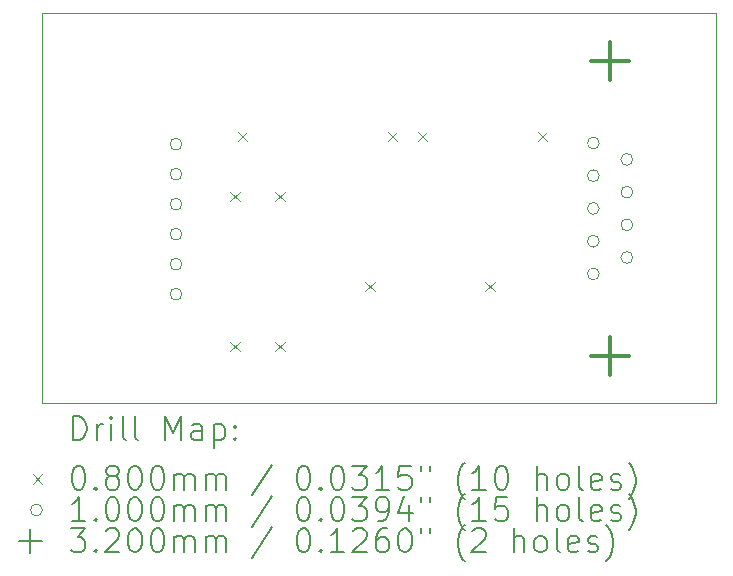
<source format=gbr>
%TF.GenerationSoftware,KiCad,Pcbnew,9.0.1*%
%TF.CreationDate,2025-05-08T11:59:06-04:00*%
%TF.ProjectId,Meterbus-interface,4d657465-7262-4757-932d-696e74657266,rev?*%
%TF.SameCoordinates,Original*%
%TF.FileFunction,Drillmap*%
%TF.FilePolarity,Positive*%
%FSLAX45Y45*%
G04 Gerber Fmt 4.5, Leading zero omitted, Abs format (unit mm)*
G04 Created by KiCad (PCBNEW 9.0.1) date 2025-05-08 11:59:06*
%MOMM*%
%LPD*%
G01*
G04 APERTURE LIST*
%ADD10C,0.038100*%
%ADD11C,0.200000*%
%ADD12C,0.100000*%
%ADD13C,0.320000*%
G04 APERTURE END LIST*
D10*
X17800000Y-4100000D02*
X23500000Y-4100000D01*
X23500000Y-7400000D01*
X17800000Y-7400000D01*
X17800000Y-4100000D01*
D11*
D12*
X19391000Y-5611500D02*
X19471000Y-5691500D01*
X19471000Y-5611500D02*
X19391000Y-5691500D01*
X19391000Y-6881500D02*
X19471000Y-6961500D01*
X19471000Y-6881500D02*
X19391000Y-6961500D01*
X19454500Y-5103500D02*
X19534500Y-5183500D01*
X19534500Y-5103500D02*
X19454500Y-5183500D01*
X19772000Y-5611500D02*
X19852000Y-5691500D01*
X19852000Y-5611500D02*
X19772000Y-5691500D01*
X19772000Y-6881500D02*
X19852000Y-6961500D01*
X19852000Y-6881500D02*
X19772000Y-6961500D01*
X20534000Y-6373500D02*
X20614000Y-6453500D01*
X20614000Y-6373500D02*
X20534000Y-6453500D01*
X20724500Y-5103500D02*
X20804500Y-5183500D01*
X20804500Y-5103500D02*
X20724500Y-5183500D01*
X20978500Y-5103500D02*
X21058500Y-5183500D01*
X21058500Y-5103500D02*
X20978500Y-5183500D01*
X21550000Y-6373500D02*
X21630000Y-6453500D01*
X21630000Y-6373500D02*
X21550000Y-6453500D01*
X21994500Y-5103500D02*
X22074500Y-5183500D01*
X22074500Y-5103500D02*
X21994500Y-5183500D01*
X18980000Y-5207000D02*
G75*
G02*
X18880000Y-5207000I-50000J0D01*
G01*
X18880000Y-5207000D02*
G75*
G02*
X18980000Y-5207000I50000J0D01*
G01*
X18980000Y-5461000D02*
G75*
G02*
X18880000Y-5461000I-50000J0D01*
G01*
X18880000Y-5461000D02*
G75*
G02*
X18980000Y-5461000I50000J0D01*
G01*
X18980000Y-5715000D02*
G75*
G02*
X18880000Y-5715000I-50000J0D01*
G01*
X18880000Y-5715000D02*
G75*
G02*
X18980000Y-5715000I50000J0D01*
G01*
X18980000Y-5969000D02*
G75*
G02*
X18880000Y-5969000I-50000J0D01*
G01*
X18880000Y-5969000D02*
G75*
G02*
X18980000Y-5969000I50000J0D01*
G01*
X18980000Y-6223000D02*
G75*
G02*
X18880000Y-6223000I-50000J0D01*
G01*
X18880000Y-6223000D02*
G75*
G02*
X18980000Y-6223000I50000J0D01*
G01*
X18980000Y-6477000D02*
G75*
G02*
X18880000Y-6477000I-50000J0D01*
G01*
X18880000Y-6477000D02*
G75*
G02*
X18980000Y-6477000I50000J0D01*
G01*
X22513500Y-5198000D02*
G75*
G02*
X22413500Y-5198000I-50000J0D01*
G01*
X22413500Y-5198000D02*
G75*
G02*
X22513500Y-5198000I50000J0D01*
G01*
X22513500Y-5475000D02*
G75*
G02*
X22413500Y-5475000I-50000J0D01*
G01*
X22413500Y-5475000D02*
G75*
G02*
X22513500Y-5475000I50000J0D01*
G01*
X22513500Y-5752000D02*
G75*
G02*
X22413500Y-5752000I-50000J0D01*
G01*
X22413500Y-5752000D02*
G75*
G02*
X22513500Y-5752000I50000J0D01*
G01*
X22513500Y-6029000D02*
G75*
G02*
X22413500Y-6029000I-50000J0D01*
G01*
X22413500Y-6029000D02*
G75*
G02*
X22513500Y-6029000I50000J0D01*
G01*
X22513500Y-6306000D02*
G75*
G02*
X22413500Y-6306000I-50000J0D01*
G01*
X22413500Y-6306000D02*
G75*
G02*
X22513500Y-6306000I50000J0D01*
G01*
X22797500Y-5336500D02*
G75*
G02*
X22697500Y-5336500I-50000J0D01*
G01*
X22697500Y-5336500D02*
G75*
G02*
X22797500Y-5336500I50000J0D01*
G01*
X22797500Y-5613500D02*
G75*
G02*
X22697500Y-5613500I-50000J0D01*
G01*
X22697500Y-5613500D02*
G75*
G02*
X22797500Y-5613500I50000J0D01*
G01*
X22797500Y-5890500D02*
G75*
G02*
X22697500Y-5890500I-50000J0D01*
G01*
X22697500Y-5890500D02*
G75*
G02*
X22797500Y-5890500I50000J0D01*
G01*
X22797500Y-6167500D02*
G75*
G02*
X22697500Y-6167500I-50000J0D01*
G01*
X22697500Y-6167500D02*
G75*
G02*
X22797500Y-6167500I50000J0D01*
G01*
D13*
X22605500Y-4342000D02*
X22605500Y-4662000D01*
X22445500Y-4502000D02*
X22765500Y-4502000D01*
X22605500Y-6842000D02*
X22605500Y-7162000D01*
X22445500Y-7002000D02*
X22765500Y-7002000D01*
D11*
X18058872Y-7713389D02*
X18058872Y-7513389D01*
X18058872Y-7513389D02*
X18106491Y-7513389D01*
X18106491Y-7513389D02*
X18135062Y-7522913D01*
X18135062Y-7522913D02*
X18154110Y-7541960D01*
X18154110Y-7541960D02*
X18163634Y-7561008D01*
X18163634Y-7561008D02*
X18173158Y-7599103D01*
X18173158Y-7599103D02*
X18173158Y-7627674D01*
X18173158Y-7627674D02*
X18163634Y-7665770D01*
X18163634Y-7665770D02*
X18154110Y-7684817D01*
X18154110Y-7684817D02*
X18135062Y-7703865D01*
X18135062Y-7703865D02*
X18106491Y-7713389D01*
X18106491Y-7713389D02*
X18058872Y-7713389D01*
X18258872Y-7713389D02*
X18258872Y-7580055D01*
X18258872Y-7618151D02*
X18268396Y-7599103D01*
X18268396Y-7599103D02*
X18277919Y-7589579D01*
X18277919Y-7589579D02*
X18296967Y-7580055D01*
X18296967Y-7580055D02*
X18316015Y-7580055D01*
X18382681Y-7713389D02*
X18382681Y-7580055D01*
X18382681Y-7513389D02*
X18373158Y-7522913D01*
X18373158Y-7522913D02*
X18382681Y-7532436D01*
X18382681Y-7532436D02*
X18392205Y-7522913D01*
X18392205Y-7522913D02*
X18382681Y-7513389D01*
X18382681Y-7513389D02*
X18382681Y-7532436D01*
X18506491Y-7713389D02*
X18487443Y-7703865D01*
X18487443Y-7703865D02*
X18477919Y-7684817D01*
X18477919Y-7684817D02*
X18477919Y-7513389D01*
X18611253Y-7713389D02*
X18592205Y-7703865D01*
X18592205Y-7703865D02*
X18582681Y-7684817D01*
X18582681Y-7684817D02*
X18582681Y-7513389D01*
X18839824Y-7713389D02*
X18839824Y-7513389D01*
X18839824Y-7513389D02*
X18906491Y-7656246D01*
X18906491Y-7656246D02*
X18973158Y-7513389D01*
X18973158Y-7513389D02*
X18973158Y-7713389D01*
X19154110Y-7713389D02*
X19154110Y-7608627D01*
X19154110Y-7608627D02*
X19144586Y-7589579D01*
X19144586Y-7589579D02*
X19125539Y-7580055D01*
X19125539Y-7580055D02*
X19087443Y-7580055D01*
X19087443Y-7580055D02*
X19068396Y-7589579D01*
X19154110Y-7703865D02*
X19135062Y-7713389D01*
X19135062Y-7713389D02*
X19087443Y-7713389D01*
X19087443Y-7713389D02*
X19068396Y-7703865D01*
X19068396Y-7703865D02*
X19058872Y-7684817D01*
X19058872Y-7684817D02*
X19058872Y-7665770D01*
X19058872Y-7665770D02*
X19068396Y-7646722D01*
X19068396Y-7646722D02*
X19087443Y-7637198D01*
X19087443Y-7637198D02*
X19135062Y-7637198D01*
X19135062Y-7637198D02*
X19154110Y-7627674D01*
X19249348Y-7580055D02*
X19249348Y-7780055D01*
X19249348Y-7589579D02*
X19268396Y-7580055D01*
X19268396Y-7580055D02*
X19306491Y-7580055D01*
X19306491Y-7580055D02*
X19325539Y-7589579D01*
X19325539Y-7589579D02*
X19335062Y-7599103D01*
X19335062Y-7599103D02*
X19344586Y-7618151D01*
X19344586Y-7618151D02*
X19344586Y-7675293D01*
X19344586Y-7675293D02*
X19335062Y-7694341D01*
X19335062Y-7694341D02*
X19325539Y-7703865D01*
X19325539Y-7703865D02*
X19306491Y-7713389D01*
X19306491Y-7713389D02*
X19268396Y-7713389D01*
X19268396Y-7713389D02*
X19249348Y-7703865D01*
X19430300Y-7694341D02*
X19439824Y-7703865D01*
X19439824Y-7703865D02*
X19430300Y-7713389D01*
X19430300Y-7713389D02*
X19420777Y-7703865D01*
X19420777Y-7703865D02*
X19430300Y-7694341D01*
X19430300Y-7694341D02*
X19430300Y-7713389D01*
X19430300Y-7589579D02*
X19439824Y-7599103D01*
X19439824Y-7599103D02*
X19430300Y-7608627D01*
X19430300Y-7608627D02*
X19420777Y-7599103D01*
X19420777Y-7599103D02*
X19430300Y-7589579D01*
X19430300Y-7589579D02*
X19430300Y-7608627D01*
D12*
X17718095Y-8001905D02*
X17798095Y-8081905D01*
X17798095Y-8001905D02*
X17718095Y-8081905D01*
D11*
X18096967Y-7933389D02*
X18116015Y-7933389D01*
X18116015Y-7933389D02*
X18135062Y-7942913D01*
X18135062Y-7942913D02*
X18144586Y-7952436D01*
X18144586Y-7952436D02*
X18154110Y-7971484D01*
X18154110Y-7971484D02*
X18163634Y-8009579D01*
X18163634Y-8009579D02*
X18163634Y-8057198D01*
X18163634Y-8057198D02*
X18154110Y-8095293D01*
X18154110Y-8095293D02*
X18144586Y-8114341D01*
X18144586Y-8114341D02*
X18135062Y-8123865D01*
X18135062Y-8123865D02*
X18116015Y-8133389D01*
X18116015Y-8133389D02*
X18096967Y-8133389D01*
X18096967Y-8133389D02*
X18077919Y-8123865D01*
X18077919Y-8123865D02*
X18068396Y-8114341D01*
X18068396Y-8114341D02*
X18058872Y-8095293D01*
X18058872Y-8095293D02*
X18049348Y-8057198D01*
X18049348Y-8057198D02*
X18049348Y-8009579D01*
X18049348Y-8009579D02*
X18058872Y-7971484D01*
X18058872Y-7971484D02*
X18068396Y-7952436D01*
X18068396Y-7952436D02*
X18077919Y-7942913D01*
X18077919Y-7942913D02*
X18096967Y-7933389D01*
X18249348Y-8114341D02*
X18258872Y-8123865D01*
X18258872Y-8123865D02*
X18249348Y-8133389D01*
X18249348Y-8133389D02*
X18239824Y-8123865D01*
X18239824Y-8123865D02*
X18249348Y-8114341D01*
X18249348Y-8114341D02*
X18249348Y-8133389D01*
X18373158Y-8019103D02*
X18354110Y-8009579D01*
X18354110Y-8009579D02*
X18344586Y-8000055D01*
X18344586Y-8000055D02*
X18335062Y-7981008D01*
X18335062Y-7981008D02*
X18335062Y-7971484D01*
X18335062Y-7971484D02*
X18344586Y-7952436D01*
X18344586Y-7952436D02*
X18354110Y-7942913D01*
X18354110Y-7942913D02*
X18373158Y-7933389D01*
X18373158Y-7933389D02*
X18411253Y-7933389D01*
X18411253Y-7933389D02*
X18430300Y-7942913D01*
X18430300Y-7942913D02*
X18439824Y-7952436D01*
X18439824Y-7952436D02*
X18449348Y-7971484D01*
X18449348Y-7971484D02*
X18449348Y-7981008D01*
X18449348Y-7981008D02*
X18439824Y-8000055D01*
X18439824Y-8000055D02*
X18430300Y-8009579D01*
X18430300Y-8009579D02*
X18411253Y-8019103D01*
X18411253Y-8019103D02*
X18373158Y-8019103D01*
X18373158Y-8019103D02*
X18354110Y-8028627D01*
X18354110Y-8028627D02*
X18344586Y-8038151D01*
X18344586Y-8038151D02*
X18335062Y-8057198D01*
X18335062Y-8057198D02*
X18335062Y-8095293D01*
X18335062Y-8095293D02*
X18344586Y-8114341D01*
X18344586Y-8114341D02*
X18354110Y-8123865D01*
X18354110Y-8123865D02*
X18373158Y-8133389D01*
X18373158Y-8133389D02*
X18411253Y-8133389D01*
X18411253Y-8133389D02*
X18430300Y-8123865D01*
X18430300Y-8123865D02*
X18439824Y-8114341D01*
X18439824Y-8114341D02*
X18449348Y-8095293D01*
X18449348Y-8095293D02*
X18449348Y-8057198D01*
X18449348Y-8057198D02*
X18439824Y-8038151D01*
X18439824Y-8038151D02*
X18430300Y-8028627D01*
X18430300Y-8028627D02*
X18411253Y-8019103D01*
X18573158Y-7933389D02*
X18592205Y-7933389D01*
X18592205Y-7933389D02*
X18611253Y-7942913D01*
X18611253Y-7942913D02*
X18620777Y-7952436D01*
X18620777Y-7952436D02*
X18630300Y-7971484D01*
X18630300Y-7971484D02*
X18639824Y-8009579D01*
X18639824Y-8009579D02*
X18639824Y-8057198D01*
X18639824Y-8057198D02*
X18630300Y-8095293D01*
X18630300Y-8095293D02*
X18620777Y-8114341D01*
X18620777Y-8114341D02*
X18611253Y-8123865D01*
X18611253Y-8123865D02*
X18592205Y-8133389D01*
X18592205Y-8133389D02*
X18573158Y-8133389D01*
X18573158Y-8133389D02*
X18554110Y-8123865D01*
X18554110Y-8123865D02*
X18544586Y-8114341D01*
X18544586Y-8114341D02*
X18535062Y-8095293D01*
X18535062Y-8095293D02*
X18525539Y-8057198D01*
X18525539Y-8057198D02*
X18525539Y-8009579D01*
X18525539Y-8009579D02*
X18535062Y-7971484D01*
X18535062Y-7971484D02*
X18544586Y-7952436D01*
X18544586Y-7952436D02*
X18554110Y-7942913D01*
X18554110Y-7942913D02*
X18573158Y-7933389D01*
X18763634Y-7933389D02*
X18782681Y-7933389D01*
X18782681Y-7933389D02*
X18801729Y-7942913D01*
X18801729Y-7942913D02*
X18811253Y-7952436D01*
X18811253Y-7952436D02*
X18820777Y-7971484D01*
X18820777Y-7971484D02*
X18830300Y-8009579D01*
X18830300Y-8009579D02*
X18830300Y-8057198D01*
X18830300Y-8057198D02*
X18820777Y-8095293D01*
X18820777Y-8095293D02*
X18811253Y-8114341D01*
X18811253Y-8114341D02*
X18801729Y-8123865D01*
X18801729Y-8123865D02*
X18782681Y-8133389D01*
X18782681Y-8133389D02*
X18763634Y-8133389D01*
X18763634Y-8133389D02*
X18744586Y-8123865D01*
X18744586Y-8123865D02*
X18735062Y-8114341D01*
X18735062Y-8114341D02*
X18725539Y-8095293D01*
X18725539Y-8095293D02*
X18716015Y-8057198D01*
X18716015Y-8057198D02*
X18716015Y-8009579D01*
X18716015Y-8009579D02*
X18725539Y-7971484D01*
X18725539Y-7971484D02*
X18735062Y-7952436D01*
X18735062Y-7952436D02*
X18744586Y-7942913D01*
X18744586Y-7942913D02*
X18763634Y-7933389D01*
X18916015Y-8133389D02*
X18916015Y-8000055D01*
X18916015Y-8019103D02*
X18925539Y-8009579D01*
X18925539Y-8009579D02*
X18944586Y-8000055D01*
X18944586Y-8000055D02*
X18973158Y-8000055D01*
X18973158Y-8000055D02*
X18992205Y-8009579D01*
X18992205Y-8009579D02*
X19001729Y-8028627D01*
X19001729Y-8028627D02*
X19001729Y-8133389D01*
X19001729Y-8028627D02*
X19011253Y-8009579D01*
X19011253Y-8009579D02*
X19030300Y-8000055D01*
X19030300Y-8000055D02*
X19058872Y-8000055D01*
X19058872Y-8000055D02*
X19077920Y-8009579D01*
X19077920Y-8009579D02*
X19087443Y-8028627D01*
X19087443Y-8028627D02*
X19087443Y-8133389D01*
X19182681Y-8133389D02*
X19182681Y-8000055D01*
X19182681Y-8019103D02*
X19192205Y-8009579D01*
X19192205Y-8009579D02*
X19211253Y-8000055D01*
X19211253Y-8000055D02*
X19239824Y-8000055D01*
X19239824Y-8000055D02*
X19258872Y-8009579D01*
X19258872Y-8009579D02*
X19268396Y-8028627D01*
X19268396Y-8028627D02*
X19268396Y-8133389D01*
X19268396Y-8028627D02*
X19277920Y-8009579D01*
X19277920Y-8009579D02*
X19296967Y-8000055D01*
X19296967Y-8000055D02*
X19325539Y-8000055D01*
X19325539Y-8000055D02*
X19344586Y-8009579D01*
X19344586Y-8009579D02*
X19354110Y-8028627D01*
X19354110Y-8028627D02*
X19354110Y-8133389D01*
X19744586Y-7923865D02*
X19573158Y-8181008D01*
X20001729Y-7933389D02*
X20020777Y-7933389D01*
X20020777Y-7933389D02*
X20039824Y-7942913D01*
X20039824Y-7942913D02*
X20049348Y-7952436D01*
X20049348Y-7952436D02*
X20058872Y-7971484D01*
X20058872Y-7971484D02*
X20068396Y-8009579D01*
X20068396Y-8009579D02*
X20068396Y-8057198D01*
X20068396Y-8057198D02*
X20058872Y-8095293D01*
X20058872Y-8095293D02*
X20049348Y-8114341D01*
X20049348Y-8114341D02*
X20039824Y-8123865D01*
X20039824Y-8123865D02*
X20020777Y-8133389D01*
X20020777Y-8133389D02*
X20001729Y-8133389D01*
X20001729Y-8133389D02*
X19982682Y-8123865D01*
X19982682Y-8123865D02*
X19973158Y-8114341D01*
X19973158Y-8114341D02*
X19963634Y-8095293D01*
X19963634Y-8095293D02*
X19954110Y-8057198D01*
X19954110Y-8057198D02*
X19954110Y-8009579D01*
X19954110Y-8009579D02*
X19963634Y-7971484D01*
X19963634Y-7971484D02*
X19973158Y-7952436D01*
X19973158Y-7952436D02*
X19982682Y-7942913D01*
X19982682Y-7942913D02*
X20001729Y-7933389D01*
X20154110Y-8114341D02*
X20163634Y-8123865D01*
X20163634Y-8123865D02*
X20154110Y-8133389D01*
X20154110Y-8133389D02*
X20144586Y-8123865D01*
X20144586Y-8123865D02*
X20154110Y-8114341D01*
X20154110Y-8114341D02*
X20154110Y-8133389D01*
X20287443Y-7933389D02*
X20306491Y-7933389D01*
X20306491Y-7933389D02*
X20325539Y-7942913D01*
X20325539Y-7942913D02*
X20335063Y-7952436D01*
X20335063Y-7952436D02*
X20344586Y-7971484D01*
X20344586Y-7971484D02*
X20354110Y-8009579D01*
X20354110Y-8009579D02*
X20354110Y-8057198D01*
X20354110Y-8057198D02*
X20344586Y-8095293D01*
X20344586Y-8095293D02*
X20335063Y-8114341D01*
X20335063Y-8114341D02*
X20325539Y-8123865D01*
X20325539Y-8123865D02*
X20306491Y-8133389D01*
X20306491Y-8133389D02*
X20287443Y-8133389D01*
X20287443Y-8133389D02*
X20268396Y-8123865D01*
X20268396Y-8123865D02*
X20258872Y-8114341D01*
X20258872Y-8114341D02*
X20249348Y-8095293D01*
X20249348Y-8095293D02*
X20239824Y-8057198D01*
X20239824Y-8057198D02*
X20239824Y-8009579D01*
X20239824Y-8009579D02*
X20249348Y-7971484D01*
X20249348Y-7971484D02*
X20258872Y-7952436D01*
X20258872Y-7952436D02*
X20268396Y-7942913D01*
X20268396Y-7942913D02*
X20287443Y-7933389D01*
X20420777Y-7933389D02*
X20544586Y-7933389D01*
X20544586Y-7933389D02*
X20477920Y-8009579D01*
X20477920Y-8009579D02*
X20506491Y-8009579D01*
X20506491Y-8009579D02*
X20525539Y-8019103D01*
X20525539Y-8019103D02*
X20535063Y-8028627D01*
X20535063Y-8028627D02*
X20544586Y-8047674D01*
X20544586Y-8047674D02*
X20544586Y-8095293D01*
X20544586Y-8095293D02*
X20535063Y-8114341D01*
X20535063Y-8114341D02*
X20525539Y-8123865D01*
X20525539Y-8123865D02*
X20506491Y-8133389D01*
X20506491Y-8133389D02*
X20449348Y-8133389D01*
X20449348Y-8133389D02*
X20430301Y-8123865D01*
X20430301Y-8123865D02*
X20420777Y-8114341D01*
X20735063Y-8133389D02*
X20620777Y-8133389D01*
X20677920Y-8133389D02*
X20677920Y-7933389D01*
X20677920Y-7933389D02*
X20658872Y-7961960D01*
X20658872Y-7961960D02*
X20639824Y-7981008D01*
X20639824Y-7981008D02*
X20620777Y-7990532D01*
X20916015Y-7933389D02*
X20820777Y-7933389D01*
X20820777Y-7933389D02*
X20811253Y-8028627D01*
X20811253Y-8028627D02*
X20820777Y-8019103D01*
X20820777Y-8019103D02*
X20839824Y-8009579D01*
X20839824Y-8009579D02*
X20887444Y-8009579D01*
X20887444Y-8009579D02*
X20906491Y-8019103D01*
X20906491Y-8019103D02*
X20916015Y-8028627D01*
X20916015Y-8028627D02*
X20925539Y-8047674D01*
X20925539Y-8047674D02*
X20925539Y-8095293D01*
X20925539Y-8095293D02*
X20916015Y-8114341D01*
X20916015Y-8114341D02*
X20906491Y-8123865D01*
X20906491Y-8123865D02*
X20887444Y-8133389D01*
X20887444Y-8133389D02*
X20839824Y-8133389D01*
X20839824Y-8133389D02*
X20820777Y-8123865D01*
X20820777Y-8123865D02*
X20811253Y-8114341D01*
X21001729Y-7933389D02*
X21001729Y-7971484D01*
X21077920Y-7933389D02*
X21077920Y-7971484D01*
X21373158Y-8209579D02*
X21363634Y-8200055D01*
X21363634Y-8200055D02*
X21344586Y-8171484D01*
X21344586Y-8171484D02*
X21335063Y-8152436D01*
X21335063Y-8152436D02*
X21325539Y-8123865D01*
X21325539Y-8123865D02*
X21316015Y-8076246D01*
X21316015Y-8076246D02*
X21316015Y-8038151D01*
X21316015Y-8038151D02*
X21325539Y-7990532D01*
X21325539Y-7990532D02*
X21335063Y-7961960D01*
X21335063Y-7961960D02*
X21344586Y-7942913D01*
X21344586Y-7942913D02*
X21363634Y-7914341D01*
X21363634Y-7914341D02*
X21373158Y-7904817D01*
X21554110Y-8133389D02*
X21439825Y-8133389D01*
X21496967Y-8133389D02*
X21496967Y-7933389D01*
X21496967Y-7933389D02*
X21477920Y-7961960D01*
X21477920Y-7961960D02*
X21458872Y-7981008D01*
X21458872Y-7981008D02*
X21439825Y-7990532D01*
X21677920Y-7933389D02*
X21696967Y-7933389D01*
X21696967Y-7933389D02*
X21716015Y-7942913D01*
X21716015Y-7942913D02*
X21725539Y-7952436D01*
X21725539Y-7952436D02*
X21735063Y-7971484D01*
X21735063Y-7971484D02*
X21744586Y-8009579D01*
X21744586Y-8009579D02*
X21744586Y-8057198D01*
X21744586Y-8057198D02*
X21735063Y-8095293D01*
X21735063Y-8095293D02*
X21725539Y-8114341D01*
X21725539Y-8114341D02*
X21716015Y-8123865D01*
X21716015Y-8123865D02*
X21696967Y-8133389D01*
X21696967Y-8133389D02*
X21677920Y-8133389D01*
X21677920Y-8133389D02*
X21658872Y-8123865D01*
X21658872Y-8123865D02*
X21649348Y-8114341D01*
X21649348Y-8114341D02*
X21639825Y-8095293D01*
X21639825Y-8095293D02*
X21630301Y-8057198D01*
X21630301Y-8057198D02*
X21630301Y-8009579D01*
X21630301Y-8009579D02*
X21639825Y-7971484D01*
X21639825Y-7971484D02*
X21649348Y-7952436D01*
X21649348Y-7952436D02*
X21658872Y-7942913D01*
X21658872Y-7942913D02*
X21677920Y-7933389D01*
X21982682Y-8133389D02*
X21982682Y-7933389D01*
X22068396Y-8133389D02*
X22068396Y-8028627D01*
X22068396Y-8028627D02*
X22058872Y-8009579D01*
X22058872Y-8009579D02*
X22039825Y-8000055D01*
X22039825Y-8000055D02*
X22011253Y-8000055D01*
X22011253Y-8000055D02*
X21992206Y-8009579D01*
X21992206Y-8009579D02*
X21982682Y-8019103D01*
X22192206Y-8133389D02*
X22173158Y-8123865D01*
X22173158Y-8123865D02*
X22163634Y-8114341D01*
X22163634Y-8114341D02*
X22154110Y-8095293D01*
X22154110Y-8095293D02*
X22154110Y-8038151D01*
X22154110Y-8038151D02*
X22163634Y-8019103D01*
X22163634Y-8019103D02*
X22173158Y-8009579D01*
X22173158Y-8009579D02*
X22192206Y-8000055D01*
X22192206Y-8000055D02*
X22220777Y-8000055D01*
X22220777Y-8000055D02*
X22239825Y-8009579D01*
X22239825Y-8009579D02*
X22249348Y-8019103D01*
X22249348Y-8019103D02*
X22258872Y-8038151D01*
X22258872Y-8038151D02*
X22258872Y-8095293D01*
X22258872Y-8095293D02*
X22249348Y-8114341D01*
X22249348Y-8114341D02*
X22239825Y-8123865D01*
X22239825Y-8123865D02*
X22220777Y-8133389D01*
X22220777Y-8133389D02*
X22192206Y-8133389D01*
X22373158Y-8133389D02*
X22354110Y-8123865D01*
X22354110Y-8123865D02*
X22344587Y-8104817D01*
X22344587Y-8104817D02*
X22344587Y-7933389D01*
X22525539Y-8123865D02*
X22506491Y-8133389D01*
X22506491Y-8133389D02*
X22468396Y-8133389D01*
X22468396Y-8133389D02*
X22449348Y-8123865D01*
X22449348Y-8123865D02*
X22439825Y-8104817D01*
X22439825Y-8104817D02*
X22439825Y-8028627D01*
X22439825Y-8028627D02*
X22449348Y-8009579D01*
X22449348Y-8009579D02*
X22468396Y-8000055D01*
X22468396Y-8000055D02*
X22506491Y-8000055D01*
X22506491Y-8000055D02*
X22525539Y-8009579D01*
X22525539Y-8009579D02*
X22535063Y-8028627D01*
X22535063Y-8028627D02*
X22535063Y-8047674D01*
X22535063Y-8047674D02*
X22439825Y-8066722D01*
X22611253Y-8123865D02*
X22630301Y-8133389D01*
X22630301Y-8133389D02*
X22668396Y-8133389D01*
X22668396Y-8133389D02*
X22687444Y-8123865D01*
X22687444Y-8123865D02*
X22696967Y-8104817D01*
X22696967Y-8104817D02*
X22696967Y-8095293D01*
X22696967Y-8095293D02*
X22687444Y-8076246D01*
X22687444Y-8076246D02*
X22668396Y-8066722D01*
X22668396Y-8066722D02*
X22639825Y-8066722D01*
X22639825Y-8066722D02*
X22620777Y-8057198D01*
X22620777Y-8057198D02*
X22611253Y-8038151D01*
X22611253Y-8038151D02*
X22611253Y-8028627D01*
X22611253Y-8028627D02*
X22620777Y-8009579D01*
X22620777Y-8009579D02*
X22639825Y-8000055D01*
X22639825Y-8000055D02*
X22668396Y-8000055D01*
X22668396Y-8000055D02*
X22687444Y-8009579D01*
X22763634Y-8209579D02*
X22773158Y-8200055D01*
X22773158Y-8200055D02*
X22792206Y-8171484D01*
X22792206Y-8171484D02*
X22801729Y-8152436D01*
X22801729Y-8152436D02*
X22811253Y-8123865D01*
X22811253Y-8123865D02*
X22820777Y-8076246D01*
X22820777Y-8076246D02*
X22820777Y-8038151D01*
X22820777Y-8038151D02*
X22811253Y-7990532D01*
X22811253Y-7990532D02*
X22801729Y-7961960D01*
X22801729Y-7961960D02*
X22792206Y-7942913D01*
X22792206Y-7942913D02*
X22773158Y-7914341D01*
X22773158Y-7914341D02*
X22763634Y-7904817D01*
D12*
X17798095Y-8305905D02*
G75*
G02*
X17698095Y-8305905I-50000J0D01*
G01*
X17698095Y-8305905D02*
G75*
G02*
X17798095Y-8305905I50000J0D01*
G01*
D11*
X18163634Y-8397389D02*
X18049348Y-8397389D01*
X18106491Y-8397389D02*
X18106491Y-8197389D01*
X18106491Y-8197389D02*
X18087443Y-8225960D01*
X18087443Y-8225960D02*
X18068396Y-8245008D01*
X18068396Y-8245008D02*
X18049348Y-8254532D01*
X18249348Y-8378341D02*
X18258872Y-8387865D01*
X18258872Y-8387865D02*
X18249348Y-8397389D01*
X18249348Y-8397389D02*
X18239824Y-8387865D01*
X18239824Y-8387865D02*
X18249348Y-8378341D01*
X18249348Y-8378341D02*
X18249348Y-8397389D01*
X18382681Y-8197389D02*
X18401729Y-8197389D01*
X18401729Y-8197389D02*
X18420777Y-8206913D01*
X18420777Y-8206913D02*
X18430300Y-8216436D01*
X18430300Y-8216436D02*
X18439824Y-8235484D01*
X18439824Y-8235484D02*
X18449348Y-8273579D01*
X18449348Y-8273579D02*
X18449348Y-8321198D01*
X18449348Y-8321198D02*
X18439824Y-8359293D01*
X18439824Y-8359293D02*
X18430300Y-8378341D01*
X18430300Y-8378341D02*
X18420777Y-8387865D01*
X18420777Y-8387865D02*
X18401729Y-8397389D01*
X18401729Y-8397389D02*
X18382681Y-8397389D01*
X18382681Y-8397389D02*
X18363634Y-8387865D01*
X18363634Y-8387865D02*
X18354110Y-8378341D01*
X18354110Y-8378341D02*
X18344586Y-8359293D01*
X18344586Y-8359293D02*
X18335062Y-8321198D01*
X18335062Y-8321198D02*
X18335062Y-8273579D01*
X18335062Y-8273579D02*
X18344586Y-8235484D01*
X18344586Y-8235484D02*
X18354110Y-8216436D01*
X18354110Y-8216436D02*
X18363634Y-8206913D01*
X18363634Y-8206913D02*
X18382681Y-8197389D01*
X18573158Y-8197389D02*
X18592205Y-8197389D01*
X18592205Y-8197389D02*
X18611253Y-8206913D01*
X18611253Y-8206913D02*
X18620777Y-8216436D01*
X18620777Y-8216436D02*
X18630300Y-8235484D01*
X18630300Y-8235484D02*
X18639824Y-8273579D01*
X18639824Y-8273579D02*
X18639824Y-8321198D01*
X18639824Y-8321198D02*
X18630300Y-8359293D01*
X18630300Y-8359293D02*
X18620777Y-8378341D01*
X18620777Y-8378341D02*
X18611253Y-8387865D01*
X18611253Y-8387865D02*
X18592205Y-8397389D01*
X18592205Y-8397389D02*
X18573158Y-8397389D01*
X18573158Y-8397389D02*
X18554110Y-8387865D01*
X18554110Y-8387865D02*
X18544586Y-8378341D01*
X18544586Y-8378341D02*
X18535062Y-8359293D01*
X18535062Y-8359293D02*
X18525539Y-8321198D01*
X18525539Y-8321198D02*
X18525539Y-8273579D01*
X18525539Y-8273579D02*
X18535062Y-8235484D01*
X18535062Y-8235484D02*
X18544586Y-8216436D01*
X18544586Y-8216436D02*
X18554110Y-8206913D01*
X18554110Y-8206913D02*
X18573158Y-8197389D01*
X18763634Y-8197389D02*
X18782681Y-8197389D01*
X18782681Y-8197389D02*
X18801729Y-8206913D01*
X18801729Y-8206913D02*
X18811253Y-8216436D01*
X18811253Y-8216436D02*
X18820777Y-8235484D01*
X18820777Y-8235484D02*
X18830300Y-8273579D01*
X18830300Y-8273579D02*
X18830300Y-8321198D01*
X18830300Y-8321198D02*
X18820777Y-8359293D01*
X18820777Y-8359293D02*
X18811253Y-8378341D01*
X18811253Y-8378341D02*
X18801729Y-8387865D01*
X18801729Y-8387865D02*
X18782681Y-8397389D01*
X18782681Y-8397389D02*
X18763634Y-8397389D01*
X18763634Y-8397389D02*
X18744586Y-8387865D01*
X18744586Y-8387865D02*
X18735062Y-8378341D01*
X18735062Y-8378341D02*
X18725539Y-8359293D01*
X18725539Y-8359293D02*
X18716015Y-8321198D01*
X18716015Y-8321198D02*
X18716015Y-8273579D01*
X18716015Y-8273579D02*
X18725539Y-8235484D01*
X18725539Y-8235484D02*
X18735062Y-8216436D01*
X18735062Y-8216436D02*
X18744586Y-8206913D01*
X18744586Y-8206913D02*
X18763634Y-8197389D01*
X18916015Y-8397389D02*
X18916015Y-8264055D01*
X18916015Y-8283103D02*
X18925539Y-8273579D01*
X18925539Y-8273579D02*
X18944586Y-8264055D01*
X18944586Y-8264055D02*
X18973158Y-8264055D01*
X18973158Y-8264055D02*
X18992205Y-8273579D01*
X18992205Y-8273579D02*
X19001729Y-8292627D01*
X19001729Y-8292627D02*
X19001729Y-8397389D01*
X19001729Y-8292627D02*
X19011253Y-8273579D01*
X19011253Y-8273579D02*
X19030300Y-8264055D01*
X19030300Y-8264055D02*
X19058872Y-8264055D01*
X19058872Y-8264055D02*
X19077920Y-8273579D01*
X19077920Y-8273579D02*
X19087443Y-8292627D01*
X19087443Y-8292627D02*
X19087443Y-8397389D01*
X19182681Y-8397389D02*
X19182681Y-8264055D01*
X19182681Y-8283103D02*
X19192205Y-8273579D01*
X19192205Y-8273579D02*
X19211253Y-8264055D01*
X19211253Y-8264055D02*
X19239824Y-8264055D01*
X19239824Y-8264055D02*
X19258872Y-8273579D01*
X19258872Y-8273579D02*
X19268396Y-8292627D01*
X19268396Y-8292627D02*
X19268396Y-8397389D01*
X19268396Y-8292627D02*
X19277920Y-8273579D01*
X19277920Y-8273579D02*
X19296967Y-8264055D01*
X19296967Y-8264055D02*
X19325539Y-8264055D01*
X19325539Y-8264055D02*
X19344586Y-8273579D01*
X19344586Y-8273579D02*
X19354110Y-8292627D01*
X19354110Y-8292627D02*
X19354110Y-8397389D01*
X19744586Y-8187865D02*
X19573158Y-8445008D01*
X20001729Y-8197389D02*
X20020777Y-8197389D01*
X20020777Y-8197389D02*
X20039824Y-8206913D01*
X20039824Y-8206913D02*
X20049348Y-8216436D01*
X20049348Y-8216436D02*
X20058872Y-8235484D01*
X20058872Y-8235484D02*
X20068396Y-8273579D01*
X20068396Y-8273579D02*
X20068396Y-8321198D01*
X20068396Y-8321198D02*
X20058872Y-8359293D01*
X20058872Y-8359293D02*
X20049348Y-8378341D01*
X20049348Y-8378341D02*
X20039824Y-8387865D01*
X20039824Y-8387865D02*
X20020777Y-8397389D01*
X20020777Y-8397389D02*
X20001729Y-8397389D01*
X20001729Y-8397389D02*
X19982682Y-8387865D01*
X19982682Y-8387865D02*
X19973158Y-8378341D01*
X19973158Y-8378341D02*
X19963634Y-8359293D01*
X19963634Y-8359293D02*
X19954110Y-8321198D01*
X19954110Y-8321198D02*
X19954110Y-8273579D01*
X19954110Y-8273579D02*
X19963634Y-8235484D01*
X19963634Y-8235484D02*
X19973158Y-8216436D01*
X19973158Y-8216436D02*
X19982682Y-8206913D01*
X19982682Y-8206913D02*
X20001729Y-8197389D01*
X20154110Y-8378341D02*
X20163634Y-8387865D01*
X20163634Y-8387865D02*
X20154110Y-8397389D01*
X20154110Y-8397389D02*
X20144586Y-8387865D01*
X20144586Y-8387865D02*
X20154110Y-8378341D01*
X20154110Y-8378341D02*
X20154110Y-8397389D01*
X20287443Y-8197389D02*
X20306491Y-8197389D01*
X20306491Y-8197389D02*
X20325539Y-8206913D01*
X20325539Y-8206913D02*
X20335063Y-8216436D01*
X20335063Y-8216436D02*
X20344586Y-8235484D01*
X20344586Y-8235484D02*
X20354110Y-8273579D01*
X20354110Y-8273579D02*
X20354110Y-8321198D01*
X20354110Y-8321198D02*
X20344586Y-8359293D01*
X20344586Y-8359293D02*
X20335063Y-8378341D01*
X20335063Y-8378341D02*
X20325539Y-8387865D01*
X20325539Y-8387865D02*
X20306491Y-8397389D01*
X20306491Y-8397389D02*
X20287443Y-8397389D01*
X20287443Y-8397389D02*
X20268396Y-8387865D01*
X20268396Y-8387865D02*
X20258872Y-8378341D01*
X20258872Y-8378341D02*
X20249348Y-8359293D01*
X20249348Y-8359293D02*
X20239824Y-8321198D01*
X20239824Y-8321198D02*
X20239824Y-8273579D01*
X20239824Y-8273579D02*
X20249348Y-8235484D01*
X20249348Y-8235484D02*
X20258872Y-8216436D01*
X20258872Y-8216436D02*
X20268396Y-8206913D01*
X20268396Y-8206913D02*
X20287443Y-8197389D01*
X20420777Y-8197389D02*
X20544586Y-8197389D01*
X20544586Y-8197389D02*
X20477920Y-8273579D01*
X20477920Y-8273579D02*
X20506491Y-8273579D01*
X20506491Y-8273579D02*
X20525539Y-8283103D01*
X20525539Y-8283103D02*
X20535063Y-8292627D01*
X20535063Y-8292627D02*
X20544586Y-8311674D01*
X20544586Y-8311674D02*
X20544586Y-8359293D01*
X20544586Y-8359293D02*
X20535063Y-8378341D01*
X20535063Y-8378341D02*
X20525539Y-8387865D01*
X20525539Y-8387865D02*
X20506491Y-8397389D01*
X20506491Y-8397389D02*
X20449348Y-8397389D01*
X20449348Y-8397389D02*
X20430301Y-8387865D01*
X20430301Y-8387865D02*
X20420777Y-8378341D01*
X20639824Y-8397389D02*
X20677920Y-8397389D01*
X20677920Y-8397389D02*
X20696967Y-8387865D01*
X20696967Y-8387865D02*
X20706491Y-8378341D01*
X20706491Y-8378341D02*
X20725539Y-8349770D01*
X20725539Y-8349770D02*
X20735063Y-8311674D01*
X20735063Y-8311674D02*
X20735063Y-8235484D01*
X20735063Y-8235484D02*
X20725539Y-8216436D01*
X20725539Y-8216436D02*
X20716015Y-8206913D01*
X20716015Y-8206913D02*
X20696967Y-8197389D01*
X20696967Y-8197389D02*
X20658872Y-8197389D01*
X20658872Y-8197389D02*
X20639824Y-8206913D01*
X20639824Y-8206913D02*
X20630301Y-8216436D01*
X20630301Y-8216436D02*
X20620777Y-8235484D01*
X20620777Y-8235484D02*
X20620777Y-8283103D01*
X20620777Y-8283103D02*
X20630301Y-8302151D01*
X20630301Y-8302151D02*
X20639824Y-8311674D01*
X20639824Y-8311674D02*
X20658872Y-8321198D01*
X20658872Y-8321198D02*
X20696967Y-8321198D01*
X20696967Y-8321198D02*
X20716015Y-8311674D01*
X20716015Y-8311674D02*
X20725539Y-8302151D01*
X20725539Y-8302151D02*
X20735063Y-8283103D01*
X20906491Y-8264055D02*
X20906491Y-8397389D01*
X20858872Y-8187865D02*
X20811253Y-8330722D01*
X20811253Y-8330722D02*
X20935063Y-8330722D01*
X21001729Y-8197389D02*
X21001729Y-8235484D01*
X21077920Y-8197389D02*
X21077920Y-8235484D01*
X21373158Y-8473579D02*
X21363634Y-8464055D01*
X21363634Y-8464055D02*
X21344586Y-8435484D01*
X21344586Y-8435484D02*
X21335063Y-8416436D01*
X21335063Y-8416436D02*
X21325539Y-8387865D01*
X21325539Y-8387865D02*
X21316015Y-8340246D01*
X21316015Y-8340246D02*
X21316015Y-8302151D01*
X21316015Y-8302151D02*
X21325539Y-8254532D01*
X21325539Y-8254532D02*
X21335063Y-8225960D01*
X21335063Y-8225960D02*
X21344586Y-8206913D01*
X21344586Y-8206913D02*
X21363634Y-8178341D01*
X21363634Y-8178341D02*
X21373158Y-8168817D01*
X21554110Y-8397389D02*
X21439825Y-8397389D01*
X21496967Y-8397389D02*
X21496967Y-8197389D01*
X21496967Y-8197389D02*
X21477920Y-8225960D01*
X21477920Y-8225960D02*
X21458872Y-8245008D01*
X21458872Y-8245008D02*
X21439825Y-8254532D01*
X21735063Y-8197389D02*
X21639825Y-8197389D01*
X21639825Y-8197389D02*
X21630301Y-8292627D01*
X21630301Y-8292627D02*
X21639825Y-8283103D01*
X21639825Y-8283103D02*
X21658872Y-8273579D01*
X21658872Y-8273579D02*
X21706491Y-8273579D01*
X21706491Y-8273579D02*
X21725539Y-8283103D01*
X21725539Y-8283103D02*
X21735063Y-8292627D01*
X21735063Y-8292627D02*
X21744586Y-8311674D01*
X21744586Y-8311674D02*
X21744586Y-8359293D01*
X21744586Y-8359293D02*
X21735063Y-8378341D01*
X21735063Y-8378341D02*
X21725539Y-8387865D01*
X21725539Y-8387865D02*
X21706491Y-8397389D01*
X21706491Y-8397389D02*
X21658872Y-8397389D01*
X21658872Y-8397389D02*
X21639825Y-8387865D01*
X21639825Y-8387865D02*
X21630301Y-8378341D01*
X21982682Y-8397389D02*
X21982682Y-8197389D01*
X22068396Y-8397389D02*
X22068396Y-8292627D01*
X22068396Y-8292627D02*
X22058872Y-8273579D01*
X22058872Y-8273579D02*
X22039825Y-8264055D01*
X22039825Y-8264055D02*
X22011253Y-8264055D01*
X22011253Y-8264055D02*
X21992206Y-8273579D01*
X21992206Y-8273579D02*
X21982682Y-8283103D01*
X22192206Y-8397389D02*
X22173158Y-8387865D01*
X22173158Y-8387865D02*
X22163634Y-8378341D01*
X22163634Y-8378341D02*
X22154110Y-8359293D01*
X22154110Y-8359293D02*
X22154110Y-8302151D01*
X22154110Y-8302151D02*
X22163634Y-8283103D01*
X22163634Y-8283103D02*
X22173158Y-8273579D01*
X22173158Y-8273579D02*
X22192206Y-8264055D01*
X22192206Y-8264055D02*
X22220777Y-8264055D01*
X22220777Y-8264055D02*
X22239825Y-8273579D01*
X22239825Y-8273579D02*
X22249348Y-8283103D01*
X22249348Y-8283103D02*
X22258872Y-8302151D01*
X22258872Y-8302151D02*
X22258872Y-8359293D01*
X22258872Y-8359293D02*
X22249348Y-8378341D01*
X22249348Y-8378341D02*
X22239825Y-8387865D01*
X22239825Y-8387865D02*
X22220777Y-8397389D01*
X22220777Y-8397389D02*
X22192206Y-8397389D01*
X22373158Y-8397389D02*
X22354110Y-8387865D01*
X22354110Y-8387865D02*
X22344587Y-8368817D01*
X22344587Y-8368817D02*
X22344587Y-8197389D01*
X22525539Y-8387865D02*
X22506491Y-8397389D01*
X22506491Y-8397389D02*
X22468396Y-8397389D01*
X22468396Y-8397389D02*
X22449348Y-8387865D01*
X22449348Y-8387865D02*
X22439825Y-8368817D01*
X22439825Y-8368817D02*
X22439825Y-8292627D01*
X22439825Y-8292627D02*
X22449348Y-8273579D01*
X22449348Y-8273579D02*
X22468396Y-8264055D01*
X22468396Y-8264055D02*
X22506491Y-8264055D01*
X22506491Y-8264055D02*
X22525539Y-8273579D01*
X22525539Y-8273579D02*
X22535063Y-8292627D01*
X22535063Y-8292627D02*
X22535063Y-8311674D01*
X22535063Y-8311674D02*
X22439825Y-8330722D01*
X22611253Y-8387865D02*
X22630301Y-8397389D01*
X22630301Y-8397389D02*
X22668396Y-8397389D01*
X22668396Y-8397389D02*
X22687444Y-8387865D01*
X22687444Y-8387865D02*
X22696967Y-8368817D01*
X22696967Y-8368817D02*
X22696967Y-8359293D01*
X22696967Y-8359293D02*
X22687444Y-8340246D01*
X22687444Y-8340246D02*
X22668396Y-8330722D01*
X22668396Y-8330722D02*
X22639825Y-8330722D01*
X22639825Y-8330722D02*
X22620777Y-8321198D01*
X22620777Y-8321198D02*
X22611253Y-8302151D01*
X22611253Y-8302151D02*
X22611253Y-8292627D01*
X22611253Y-8292627D02*
X22620777Y-8273579D01*
X22620777Y-8273579D02*
X22639825Y-8264055D01*
X22639825Y-8264055D02*
X22668396Y-8264055D01*
X22668396Y-8264055D02*
X22687444Y-8273579D01*
X22763634Y-8473579D02*
X22773158Y-8464055D01*
X22773158Y-8464055D02*
X22792206Y-8435484D01*
X22792206Y-8435484D02*
X22801729Y-8416436D01*
X22801729Y-8416436D02*
X22811253Y-8387865D01*
X22811253Y-8387865D02*
X22820777Y-8340246D01*
X22820777Y-8340246D02*
X22820777Y-8302151D01*
X22820777Y-8302151D02*
X22811253Y-8254532D01*
X22811253Y-8254532D02*
X22801729Y-8225960D01*
X22801729Y-8225960D02*
X22792206Y-8206913D01*
X22792206Y-8206913D02*
X22773158Y-8178341D01*
X22773158Y-8178341D02*
X22763634Y-8168817D01*
X17698095Y-8469905D02*
X17698095Y-8669905D01*
X17598095Y-8569905D02*
X17798095Y-8569905D01*
X18039824Y-8461389D02*
X18163634Y-8461389D01*
X18163634Y-8461389D02*
X18096967Y-8537579D01*
X18096967Y-8537579D02*
X18125539Y-8537579D01*
X18125539Y-8537579D02*
X18144586Y-8547103D01*
X18144586Y-8547103D02*
X18154110Y-8556627D01*
X18154110Y-8556627D02*
X18163634Y-8575675D01*
X18163634Y-8575675D02*
X18163634Y-8623294D01*
X18163634Y-8623294D02*
X18154110Y-8642341D01*
X18154110Y-8642341D02*
X18144586Y-8651865D01*
X18144586Y-8651865D02*
X18125539Y-8661389D01*
X18125539Y-8661389D02*
X18068396Y-8661389D01*
X18068396Y-8661389D02*
X18049348Y-8651865D01*
X18049348Y-8651865D02*
X18039824Y-8642341D01*
X18249348Y-8642341D02*
X18258872Y-8651865D01*
X18258872Y-8651865D02*
X18249348Y-8661389D01*
X18249348Y-8661389D02*
X18239824Y-8651865D01*
X18239824Y-8651865D02*
X18249348Y-8642341D01*
X18249348Y-8642341D02*
X18249348Y-8661389D01*
X18335062Y-8480436D02*
X18344586Y-8470913D01*
X18344586Y-8470913D02*
X18363634Y-8461389D01*
X18363634Y-8461389D02*
X18411253Y-8461389D01*
X18411253Y-8461389D02*
X18430300Y-8470913D01*
X18430300Y-8470913D02*
X18439824Y-8480436D01*
X18439824Y-8480436D02*
X18449348Y-8499484D01*
X18449348Y-8499484D02*
X18449348Y-8518532D01*
X18449348Y-8518532D02*
X18439824Y-8547103D01*
X18439824Y-8547103D02*
X18325539Y-8661389D01*
X18325539Y-8661389D02*
X18449348Y-8661389D01*
X18573158Y-8461389D02*
X18592205Y-8461389D01*
X18592205Y-8461389D02*
X18611253Y-8470913D01*
X18611253Y-8470913D02*
X18620777Y-8480436D01*
X18620777Y-8480436D02*
X18630300Y-8499484D01*
X18630300Y-8499484D02*
X18639824Y-8537579D01*
X18639824Y-8537579D02*
X18639824Y-8585198D01*
X18639824Y-8585198D02*
X18630300Y-8623294D01*
X18630300Y-8623294D02*
X18620777Y-8642341D01*
X18620777Y-8642341D02*
X18611253Y-8651865D01*
X18611253Y-8651865D02*
X18592205Y-8661389D01*
X18592205Y-8661389D02*
X18573158Y-8661389D01*
X18573158Y-8661389D02*
X18554110Y-8651865D01*
X18554110Y-8651865D02*
X18544586Y-8642341D01*
X18544586Y-8642341D02*
X18535062Y-8623294D01*
X18535062Y-8623294D02*
X18525539Y-8585198D01*
X18525539Y-8585198D02*
X18525539Y-8537579D01*
X18525539Y-8537579D02*
X18535062Y-8499484D01*
X18535062Y-8499484D02*
X18544586Y-8480436D01*
X18544586Y-8480436D02*
X18554110Y-8470913D01*
X18554110Y-8470913D02*
X18573158Y-8461389D01*
X18763634Y-8461389D02*
X18782681Y-8461389D01*
X18782681Y-8461389D02*
X18801729Y-8470913D01*
X18801729Y-8470913D02*
X18811253Y-8480436D01*
X18811253Y-8480436D02*
X18820777Y-8499484D01*
X18820777Y-8499484D02*
X18830300Y-8537579D01*
X18830300Y-8537579D02*
X18830300Y-8585198D01*
X18830300Y-8585198D02*
X18820777Y-8623294D01*
X18820777Y-8623294D02*
X18811253Y-8642341D01*
X18811253Y-8642341D02*
X18801729Y-8651865D01*
X18801729Y-8651865D02*
X18782681Y-8661389D01*
X18782681Y-8661389D02*
X18763634Y-8661389D01*
X18763634Y-8661389D02*
X18744586Y-8651865D01*
X18744586Y-8651865D02*
X18735062Y-8642341D01*
X18735062Y-8642341D02*
X18725539Y-8623294D01*
X18725539Y-8623294D02*
X18716015Y-8585198D01*
X18716015Y-8585198D02*
X18716015Y-8537579D01*
X18716015Y-8537579D02*
X18725539Y-8499484D01*
X18725539Y-8499484D02*
X18735062Y-8480436D01*
X18735062Y-8480436D02*
X18744586Y-8470913D01*
X18744586Y-8470913D02*
X18763634Y-8461389D01*
X18916015Y-8661389D02*
X18916015Y-8528055D01*
X18916015Y-8547103D02*
X18925539Y-8537579D01*
X18925539Y-8537579D02*
X18944586Y-8528055D01*
X18944586Y-8528055D02*
X18973158Y-8528055D01*
X18973158Y-8528055D02*
X18992205Y-8537579D01*
X18992205Y-8537579D02*
X19001729Y-8556627D01*
X19001729Y-8556627D02*
X19001729Y-8661389D01*
X19001729Y-8556627D02*
X19011253Y-8537579D01*
X19011253Y-8537579D02*
X19030300Y-8528055D01*
X19030300Y-8528055D02*
X19058872Y-8528055D01*
X19058872Y-8528055D02*
X19077920Y-8537579D01*
X19077920Y-8537579D02*
X19087443Y-8556627D01*
X19087443Y-8556627D02*
X19087443Y-8661389D01*
X19182681Y-8661389D02*
X19182681Y-8528055D01*
X19182681Y-8547103D02*
X19192205Y-8537579D01*
X19192205Y-8537579D02*
X19211253Y-8528055D01*
X19211253Y-8528055D02*
X19239824Y-8528055D01*
X19239824Y-8528055D02*
X19258872Y-8537579D01*
X19258872Y-8537579D02*
X19268396Y-8556627D01*
X19268396Y-8556627D02*
X19268396Y-8661389D01*
X19268396Y-8556627D02*
X19277920Y-8537579D01*
X19277920Y-8537579D02*
X19296967Y-8528055D01*
X19296967Y-8528055D02*
X19325539Y-8528055D01*
X19325539Y-8528055D02*
X19344586Y-8537579D01*
X19344586Y-8537579D02*
X19354110Y-8556627D01*
X19354110Y-8556627D02*
X19354110Y-8661389D01*
X19744586Y-8451865D02*
X19573158Y-8709008D01*
X20001729Y-8461389D02*
X20020777Y-8461389D01*
X20020777Y-8461389D02*
X20039824Y-8470913D01*
X20039824Y-8470913D02*
X20049348Y-8480436D01*
X20049348Y-8480436D02*
X20058872Y-8499484D01*
X20058872Y-8499484D02*
X20068396Y-8537579D01*
X20068396Y-8537579D02*
X20068396Y-8585198D01*
X20068396Y-8585198D02*
X20058872Y-8623294D01*
X20058872Y-8623294D02*
X20049348Y-8642341D01*
X20049348Y-8642341D02*
X20039824Y-8651865D01*
X20039824Y-8651865D02*
X20020777Y-8661389D01*
X20020777Y-8661389D02*
X20001729Y-8661389D01*
X20001729Y-8661389D02*
X19982682Y-8651865D01*
X19982682Y-8651865D02*
X19973158Y-8642341D01*
X19973158Y-8642341D02*
X19963634Y-8623294D01*
X19963634Y-8623294D02*
X19954110Y-8585198D01*
X19954110Y-8585198D02*
X19954110Y-8537579D01*
X19954110Y-8537579D02*
X19963634Y-8499484D01*
X19963634Y-8499484D02*
X19973158Y-8480436D01*
X19973158Y-8480436D02*
X19982682Y-8470913D01*
X19982682Y-8470913D02*
X20001729Y-8461389D01*
X20154110Y-8642341D02*
X20163634Y-8651865D01*
X20163634Y-8651865D02*
X20154110Y-8661389D01*
X20154110Y-8661389D02*
X20144586Y-8651865D01*
X20144586Y-8651865D02*
X20154110Y-8642341D01*
X20154110Y-8642341D02*
X20154110Y-8661389D01*
X20354110Y-8661389D02*
X20239824Y-8661389D01*
X20296967Y-8661389D02*
X20296967Y-8461389D01*
X20296967Y-8461389D02*
X20277920Y-8489960D01*
X20277920Y-8489960D02*
X20258872Y-8509008D01*
X20258872Y-8509008D02*
X20239824Y-8518532D01*
X20430301Y-8480436D02*
X20439824Y-8470913D01*
X20439824Y-8470913D02*
X20458872Y-8461389D01*
X20458872Y-8461389D02*
X20506491Y-8461389D01*
X20506491Y-8461389D02*
X20525539Y-8470913D01*
X20525539Y-8470913D02*
X20535063Y-8480436D01*
X20535063Y-8480436D02*
X20544586Y-8499484D01*
X20544586Y-8499484D02*
X20544586Y-8518532D01*
X20544586Y-8518532D02*
X20535063Y-8547103D01*
X20535063Y-8547103D02*
X20420777Y-8661389D01*
X20420777Y-8661389D02*
X20544586Y-8661389D01*
X20716015Y-8461389D02*
X20677920Y-8461389D01*
X20677920Y-8461389D02*
X20658872Y-8470913D01*
X20658872Y-8470913D02*
X20649348Y-8480436D01*
X20649348Y-8480436D02*
X20630301Y-8509008D01*
X20630301Y-8509008D02*
X20620777Y-8547103D01*
X20620777Y-8547103D02*
X20620777Y-8623294D01*
X20620777Y-8623294D02*
X20630301Y-8642341D01*
X20630301Y-8642341D02*
X20639824Y-8651865D01*
X20639824Y-8651865D02*
X20658872Y-8661389D01*
X20658872Y-8661389D02*
X20696967Y-8661389D01*
X20696967Y-8661389D02*
X20716015Y-8651865D01*
X20716015Y-8651865D02*
X20725539Y-8642341D01*
X20725539Y-8642341D02*
X20735063Y-8623294D01*
X20735063Y-8623294D02*
X20735063Y-8575675D01*
X20735063Y-8575675D02*
X20725539Y-8556627D01*
X20725539Y-8556627D02*
X20716015Y-8547103D01*
X20716015Y-8547103D02*
X20696967Y-8537579D01*
X20696967Y-8537579D02*
X20658872Y-8537579D01*
X20658872Y-8537579D02*
X20639824Y-8547103D01*
X20639824Y-8547103D02*
X20630301Y-8556627D01*
X20630301Y-8556627D02*
X20620777Y-8575675D01*
X20858872Y-8461389D02*
X20877920Y-8461389D01*
X20877920Y-8461389D02*
X20896967Y-8470913D01*
X20896967Y-8470913D02*
X20906491Y-8480436D01*
X20906491Y-8480436D02*
X20916015Y-8499484D01*
X20916015Y-8499484D02*
X20925539Y-8537579D01*
X20925539Y-8537579D02*
X20925539Y-8585198D01*
X20925539Y-8585198D02*
X20916015Y-8623294D01*
X20916015Y-8623294D02*
X20906491Y-8642341D01*
X20906491Y-8642341D02*
X20896967Y-8651865D01*
X20896967Y-8651865D02*
X20877920Y-8661389D01*
X20877920Y-8661389D02*
X20858872Y-8661389D01*
X20858872Y-8661389D02*
X20839824Y-8651865D01*
X20839824Y-8651865D02*
X20830301Y-8642341D01*
X20830301Y-8642341D02*
X20820777Y-8623294D01*
X20820777Y-8623294D02*
X20811253Y-8585198D01*
X20811253Y-8585198D02*
X20811253Y-8537579D01*
X20811253Y-8537579D02*
X20820777Y-8499484D01*
X20820777Y-8499484D02*
X20830301Y-8480436D01*
X20830301Y-8480436D02*
X20839824Y-8470913D01*
X20839824Y-8470913D02*
X20858872Y-8461389D01*
X21001729Y-8461389D02*
X21001729Y-8499484D01*
X21077920Y-8461389D02*
X21077920Y-8499484D01*
X21373158Y-8737579D02*
X21363634Y-8728055D01*
X21363634Y-8728055D02*
X21344586Y-8699484D01*
X21344586Y-8699484D02*
X21335063Y-8680436D01*
X21335063Y-8680436D02*
X21325539Y-8651865D01*
X21325539Y-8651865D02*
X21316015Y-8604246D01*
X21316015Y-8604246D02*
X21316015Y-8566151D01*
X21316015Y-8566151D02*
X21325539Y-8518532D01*
X21325539Y-8518532D02*
X21335063Y-8489960D01*
X21335063Y-8489960D02*
X21344586Y-8470913D01*
X21344586Y-8470913D02*
X21363634Y-8442341D01*
X21363634Y-8442341D02*
X21373158Y-8432817D01*
X21439825Y-8480436D02*
X21449348Y-8470913D01*
X21449348Y-8470913D02*
X21468396Y-8461389D01*
X21468396Y-8461389D02*
X21516015Y-8461389D01*
X21516015Y-8461389D02*
X21535063Y-8470913D01*
X21535063Y-8470913D02*
X21544586Y-8480436D01*
X21544586Y-8480436D02*
X21554110Y-8499484D01*
X21554110Y-8499484D02*
X21554110Y-8518532D01*
X21554110Y-8518532D02*
X21544586Y-8547103D01*
X21544586Y-8547103D02*
X21430301Y-8661389D01*
X21430301Y-8661389D02*
X21554110Y-8661389D01*
X21792206Y-8661389D02*
X21792206Y-8461389D01*
X21877920Y-8661389D02*
X21877920Y-8556627D01*
X21877920Y-8556627D02*
X21868396Y-8537579D01*
X21868396Y-8537579D02*
X21849348Y-8528055D01*
X21849348Y-8528055D02*
X21820777Y-8528055D01*
X21820777Y-8528055D02*
X21801729Y-8537579D01*
X21801729Y-8537579D02*
X21792206Y-8547103D01*
X22001729Y-8661389D02*
X21982682Y-8651865D01*
X21982682Y-8651865D02*
X21973158Y-8642341D01*
X21973158Y-8642341D02*
X21963634Y-8623294D01*
X21963634Y-8623294D02*
X21963634Y-8566151D01*
X21963634Y-8566151D02*
X21973158Y-8547103D01*
X21973158Y-8547103D02*
X21982682Y-8537579D01*
X21982682Y-8537579D02*
X22001729Y-8528055D01*
X22001729Y-8528055D02*
X22030301Y-8528055D01*
X22030301Y-8528055D02*
X22049348Y-8537579D01*
X22049348Y-8537579D02*
X22058872Y-8547103D01*
X22058872Y-8547103D02*
X22068396Y-8566151D01*
X22068396Y-8566151D02*
X22068396Y-8623294D01*
X22068396Y-8623294D02*
X22058872Y-8642341D01*
X22058872Y-8642341D02*
X22049348Y-8651865D01*
X22049348Y-8651865D02*
X22030301Y-8661389D01*
X22030301Y-8661389D02*
X22001729Y-8661389D01*
X22182682Y-8661389D02*
X22163634Y-8651865D01*
X22163634Y-8651865D02*
X22154110Y-8632817D01*
X22154110Y-8632817D02*
X22154110Y-8461389D01*
X22335063Y-8651865D02*
X22316015Y-8661389D01*
X22316015Y-8661389D02*
X22277920Y-8661389D01*
X22277920Y-8661389D02*
X22258872Y-8651865D01*
X22258872Y-8651865D02*
X22249348Y-8632817D01*
X22249348Y-8632817D02*
X22249348Y-8556627D01*
X22249348Y-8556627D02*
X22258872Y-8537579D01*
X22258872Y-8537579D02*
X22277920Y-8528055D01*
X22277920Y-8528055D02*
X22316015Y-8528055D01*
X22316015Y-8528055D02*
X22335063Y-8537579D01*
X22335063Y-8537579D02*
X22344587Y-8556627D01*
X22344587Y-8556627D02*
X22344587Y-8575675D01*
X22344587Y-8575675D02*
X22249348Y-8594722D01*
X22420777Y-8651865D02*
X22439825Y-8661389D01*
X22439825Y-8661389D02*
X22477920Y-8661389D01*
X22477920Y-8661389D02*
X22496967Y-8651865D01*
X22496967Y-8651865D02*
X22506491Y-8632817D01*
X22506491Y-8632817D02*
X22506491Y-8623294D01*
X22506491Y-8623294D02*
X22496967Y-8604246D01*
X22496967Y-8604246D02*
X22477920Y-8594722D01*
X22477920Y-8594722D02*
X22449348Y-8594722D01*
X22449348Y-8594722D02*
X22430301Y-8585198D01*
X22430301Y-8585198D02*
X22420777Y-8566151D01*
X22420777Y-8566151D02*
X22420777Y-8556627D01*
X22420777Y-8556627D02*
X22430301Y-8537579D01*
X22430301Y-8537579D02*
X22449348Y-8528055D01*
X22449348Y-8528055D02*
X22477920Y-8528055D01*
X22477920Y-8528055D02*
X22496967Y-8537579D01*
X22573158Y-8737579D02*
X22582682Y-8728055D01*
X22582682Y-8728055D02*
X22601729Y-8699484D01*
X22601729Y-8699484D02*
X22611253Y-8680436D01*
X22611253Y-8680436D02*
X22620777Y-8651865D01*
X22620777Y-8651865D02*
X22630301Y-8604246D01*
X22630301Y-8604246D02*
X22630301Y-8566151D01*
X22630301Y-8566151D02*
X22620777Y-8518532D01*
X22620777Y-8518532D02*
X22611253Y-8489960D01*
X22611253Y-8489960D02*
X22601729Y-8470913D01*
X22601729Y-8470913D02*
X22582682Y-8442341D01*
X22582682Y-8442341D02*
X22573158Y-8432817D01*
M02*

</source>
